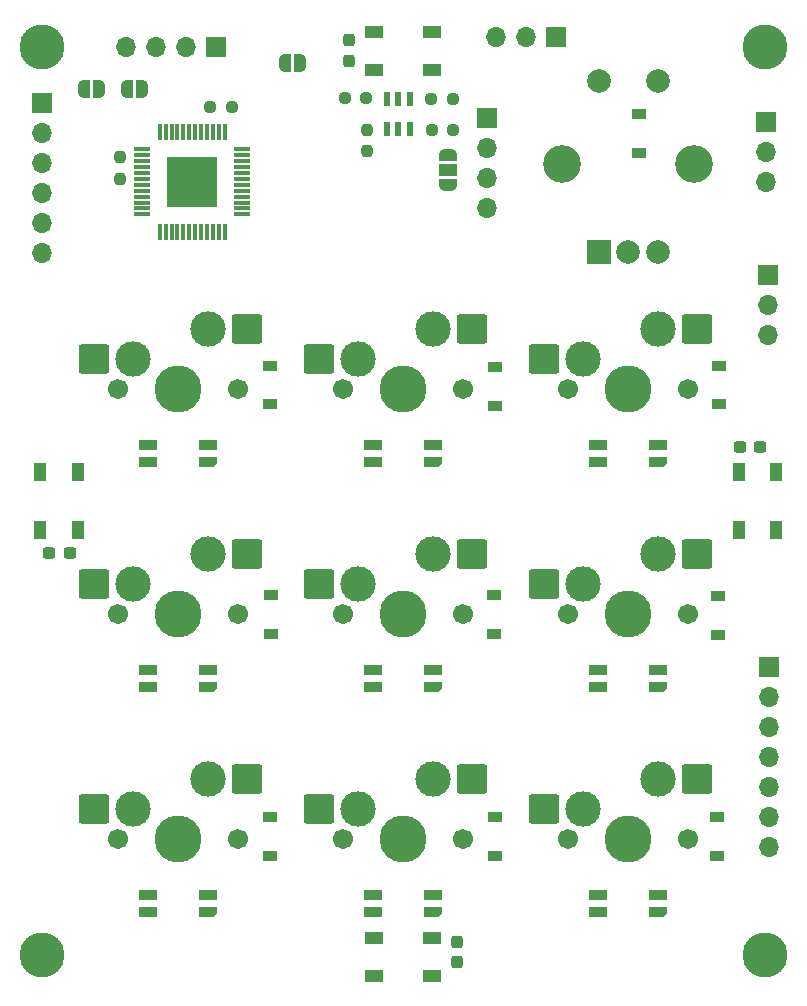
<source format=gbs>
%TF.GenerationSoftware,KiCad,Pcbnew,(6.0.0)*%
%TF.CreationDate,2023-01-01T12:45:23-08:00*%
%TF.ProjectId,keyboard_eval,6b657962-6f61-4726-945f-6576616c2e6b,rev?*%
%TF.SameCoordinates,Original*%
%TF.FileFunction,Soldermask,Bot*%
%TF.FilePolarity,Negative*%
%FSLAX46Y46*%
G04 Gerber Fmt 4.6, Leading zero omitted, Abs format (unit mm)*
G04 Created by KiCad (PCBNEW (6.0.0)) date 2023-01-01 12:45:23*
%MOMM*%
%LPD*%
G01*
G04 APERTURE LIST*
G04 Aperture macros list*
%AMRoundRect*
0 Rectangle with rounded corners*
0 $1 Rounding radius*
0 $2 $3 $4 $5 $6 $7 $8 $9 X,Y pos of 4 corners*
0 Add a 4 corners polygon primitive as box body*
4,1,4,$2,$3,$4,$5,$6,$7,$8,$9,$2,$3,0*
0 Add four circle primitives for the rounded corners*
1,1,$1+$1,$2,$3*
1,1,$1+$1,$4,$5*
1,1,$1+$1,$6,$7*
1,1,$1+$1,$8,$9*
0 Add four rect primitives between the rounded corners*
20,1,$1+$1,$2,$3,$4,$5,0*
20,1,$1+$1,$4,$5,$6,$7,0*
20,1,$1+$1,$6,$7,$8,$9,0*
20,1,$1+$1,$8,$9,$2,$3,0*%
%AMOutline5P*
0 Free polygon, 5 corners , with rotation*
0 The origin of the aperture is its center*
0 number of corners: always 5*
0 $1 to $10 corner X, Y*
0 $11 Rotation angle, in degrees counterclockwise*
0 create outline with 5 corners*
4,1,5,$1,$2,$3,$4,$5,$6,$7,$8,$9,$10,$1,$2,$11*%
%AMOutline6P*
0 Free polygon, 6 corners , with rotation*
0 The origin of the aperture is its center*
0 number of corners: always 6*
0 $1 to $12 corner X, Y*
0 $13 Rotation angle, in degrees counterclockwise*
0 create outline with 6 corners*
4,1,6,$1,$2,$3,$4,$5,$6,$7,$8,$9,$10,$11,$12,$1,$2,$13*%
%AMOutline7P*
0 Free polygon, 7 corners , with rotation*
0 The origin of the aperture is its center*
0 number of corners: always 7*
0 $1 to $14 corner X, Y*
0 $15 Rotation angle, in degrees counterclockwise*
0 create outline with 7 corners*
4,1,7,$1,$2,$3,$4,$5,$6,$7,$8,$9,$10,$11,$12,$13,$14,$1,$2,$15*%
%AMOutline8P*
0 Free polygon, 8 corners , with rotation*
0 The origin of the aperture is its center*
0 number of corners: always 8*
0 $1 to $16 corner X, Y*
0 $17 Rotation angle, in degrees counterclockwise*
0 create outline with 8 corners*
4,1,8,$1,$2,$3,$4,$5,$6,$7,$8,$9,$10,$11,$12,$13,$14,$15,$16,$1,$2,$17*%
%AMFreePoly0*
4,1,22,0.550000,-0.750000,0.000000,-0.750000,0.000000,-0.745033,-0.079941,-0.743568,-0.215256,-0.701293,-0.333266,-0.622738,-0.424486,-0.514219,-0.481581,-0.384460,-0.499164,-0.250000,-0.500000,-0.250000,-0.500000,0.250000,-0.499164,0.250000,-0.499963,0.256109,-0.478152,0.396186,-0.417904,0.524511,-0.324060,0.630769,-0.204165,0.706417,-0.067858,0.745374,0.000000,0.744959,0.000000,0.750000,
0.550000,0.750000,0.550000,-0.750000,0.550000,-0.750000,$1*%
%AMFreePoly1*
4,1,20,0.000000,0.744959,0.073905,0.744508,0.209726,0.703889,0.328688,0.626782,0.421226,0.519385,0.479903,0.390333,0.500000,0.250000,0.500000,-0.250000,0.499851,-0.262216,0.476331,-0.402017,0.414519,-0.529596,0.319384,-0.634700,0.198574,-0.708877,0.061801,-0.746166,0.000000,-0.745033,0.000000,-0.750000,-0.550000,-0.750000,-0.550000,0.750000,0.000000,0.750000,0.000000,0.744959,
0.000000,0.744959,$1*%
%AMFreePoly2*
4,1,22,0.500000,-0.750000,0.000000,-0.750000,0.000000,-0.745033,-0.079941,-0.743568,-0.215256,-0.701293,-0.333266,-0.622738,-0.424486,-0.514219,-0.481581,-0.384460,-0.499164,-0.250000,-0.500000,-0.250000,-0.500000,0.250000,-0.499164,0.250000,-0.499963,0.256109,-0.478152,0.396186,-0.417904,0.524511,-0.324060,0.630769,-0.204165,0.706417,-0.067858,0.745374,0.000000,0.744959,0.000000,0.750000,
0.500000,0.750000,0.500000,-0.750000,0.500000,-0.750000,$1*%
%AMFreePoly3*
4,1,20,0.000000,0.744959,0.073905,0.744508,0.209726,0.703889,0.328688,0.626782,0.421226,0.519385,0.479903,0.390333,0.500000,0.250000,0.500000,-0.250000,0.499851,-0.262216,0.476331,-0.402017,0.414519,-0.529596,0.319384,-0.634700,0.198574,-0.708877,0.061801,-0.746166,0.000000,-0.745033,0.000000,-0.750000,-0.500000,-0.750000,-0.500000,0.750000,0.000000,0.750000,0.000000,0.744959,
0.000000,0.744959,$1*%
G04 Aperture macros list end*
%ADD10C,3.000000*%
%ADD11C,1.701800*%
%ADD12C,3.987800*%
%ADD13RoundRect,0.200000X-1.075000X-1.050000X1.075000X-1.050000X1.075000X1.050000X-1.075000X1.050000X0*%
%ADD14C,2.600000*%
%ADD15C,3.800000*%
%ADD16R,1.700000X1.700000*%
%ADD17O,1.700000X1.700000*%
%ADD18R,2.000000X2.000000*%
%ADD19C,2.000000*%
%ADD20C,3.200000*%
%ADD21R,1.200000X0.900000*%
%ADD22Outline5P,-0.750000X0.180000X-0.480000X0.450000X0.750000X0.450000X0.750000X-0.450000X-0.750000X-0.450000X180.000000*%
%ADD23R,1.500000X0.900000*%
%ADD24RoundRect,0.237500X-0.300000X-0.237500X0.300000X-0.237500X0.300000X0.237500X-0.300000X0.237500X0*%
%ADD25R,1.500000X1.000000*%
%ADD26R,1.000000X1.500000*%
%ADD27RoundRect,0.237500X0.250000X0.237500X-0.250000X0.237500X-0.250000X-0.237500X0.250000X-0.237500X0*%
%ADD28R,0.600000X1.200000*%
%ADD29RoundRect,0.237500X-0.237500X0.300000X-0.237500X-0.300000X0.237500X-0.300000X0.237500X0.300000X0*%
%ADD30FreePoly0,90.000000*%
%ADD31FreePoly1,90.000000*%
%ADD32FreePoly2,180.000000*%
%ADD33FreePoly3,180.000000*%
%ADD34RoundRect,0.237500X0.237500X-0.250000X0.237500X0.250000X-0.237500X0.250000X-0.237500X-0.250000X0*%
%ADD35RoundRect,0.237500X0.300000X0.237500X-0.300000X0.237500X-0.300000X-0.237500X0.300000X-0.237500X0*%
%ADD36RoundRect,0.237500X0.237500X-0.300000X0.237500X0.300000X-0.237500X0.300000X-0.237500X-0.300000X0*%
%ADD37FreePoly2,0.000000*%
%ADD38FreePoly3,0.000000*%
%ADD39RoundRect,0.237500X-0.237500X0.250000X-0.237500X-0.250000X0.237500X-0.250000X0.237500X0.250000X0*%
%ADD40R,1.475000X0.300000*%
%ADD41R,0.300000X1.475000*%
%ADD42R,4.210000X4.210000*%
G04 APERTURE END LIST*
D10*
%TO.C,MX6*%
X90640000Y-63970000D03*
D11*
X83020000Y-69050000D03*
D12*
X88100000Y-69050000D03*
D10*
X84290000Y-66510000D03*
D11*
X93180000Y-69050000D03*
D13*
X81015000Y-66510000D03*
X93942000Y-63970000D03*
%TD*%
D10*
%TO.C,MX8*%
X71590000Y-83020000D03*
X65240000Y-85560000D03*
D11*
X74130000Y-88100000D03*
D12*
X69050000Y-88100000D03*
D11*
X63970000Y-88100000D03*
D13*
X61965000Y-85560000D03*
X74892000Y-83020000D03*
%TD*%
D12*
%TO.C,MX7*%
X50000000Y-88100000D03*
D11*
X44920000Y-88100000D03*
D10*
X52540000Y-83020000D03*
D11*
X55080000Y-88100000D03*
D10*
X46190000Y-85560000D03*
D13*
X42915000Y-85560000D03*
X55842000Y-83020000D03*
%TD*%
D14*
%TO.C,H3*%
X38450000Y-98000000D03*
D15*
X38450000Y-98000000D03*
%TD*%
%TO.C,H2*%
X38450000Y-21050000D03*
D14*
X38450000Y-21050000D03*
%TD*%
D16*
%TO.C,J3*%
X53200000Y-21100000D03*
D17*
X50660000Y-21100000D03*
X48120000Y-21100000D03*
X45580000Y-21100000D03*
%TD*%
D16*
%TO.C,J6*%
X99950000Y-40375000D03*
D17*
X99950000Y-42915000D03*
X99950000Y-45455000D03*
%TD*%
D16*
%TO.C,J1*%
X99800000Y-27425000D03*
D17*
X99800000Y-29965000D03*
X99800000Y-32505000D03*
%TD*%
D16*
%TO.C,J2*%
X76150000Y-27100000D03*
D17*
X76150000Y-29640000D03*
X76150000Y-32180000D03*
X76150000Y-34720000D03*
%TD*%
D12*
%TO.C,MX5*%
X69050000Y-69050000D03*
D10*
X71590000Y-63970000D03*
X65240000Y-66510000D03*
D11*
X63970000Y-69050000D03*
X74130000Y-69050000D03*
D13*
X61965000Y-66510000D03*
X74892000Y-63970000D03*
%TD*%
D16*
%TO.C,J5*%
X81975000Y-20250000D03*
D17*
X79435000Y-20250000D03*
X76895000Y-20250000D03*
%TD*%
D10*
%TO.C,MX4*%
X52540000Y-63970000D03*
D11*
X44920000Y-69050000D03*
X55080000Y-69050000D03*
D12*
X50000000Y-69050000D03*
D10*
X46190000Y-66510000D03*
D13*
X42915000Y-66510000D03*
X55842000Y-63970000D03*
%TD*%
D14*
%TO.C,H1*%
X99700000Y-98000000D03*
D15*
X99700000Y-98000000D03*
%TD*%
D12*
%TO.C,MX2*%
X69050000Y-50000000D03*
D10*
X65240000Y-47460000D03*
D11*
X74130000Y-50000000D03*
D10*
X71590000Y-44920000D03*
D11*
X63970000Y-50000000D03*
D13*
X61965000Y-47460000D03*
X74892000Y-44920000D03*
%TD*%
D16*
%TO.C,J4*%
X100050000Y-73600000D03*
D17*
X100050000Y-76140000D03*
X100050000Y-78680000D03*
X100050000Y-81220000D03*
X100050000Y-83760000D03*
X100050000Y-86300000D03*
X100050000Y-88840000D03*
%TD*%
D12*
%TO.C,MX1*%
X50000000Y-50000000D03*
D10*
X46190000Y-47460000D03*
D11*
X55080000Y-50000000D03*
X44920000Y-50000000D03*
D10*
X52540000Y-44920000D03*
D13*
X42915000Y-47460000D03*
X55842000Y-44920000D03*
%TD*%
D10*
%TO.C,MX9*%
X90640000Y-83020000D03*
D11*
X93180000Y-88100000D03*
D10*
X84290000Y-85560000D03*
D12*
X88100000Y-88100000D03*
D11*
X83020000Y-88100000D03*
D13*
X81015000Y-85560000D03*
X93942000Y-83020000D03*
%TD*%
D16*
%TO.C,J7*%
X38450000Y-25850000D03*
D17*
X38450000Y-28390000D03*
X38450000Y-30930000D03*
X38450000Y-33470000D03*
X38450000Y-36010000D03*
X38450000Y-38550000D03*
%TD*%
D12*
%TO.C,MX3*%
X88100000Y-50000000D03*
D10*
X84290000Y-47460000D03*
X90640000Y-44920000D03*
D11*
X83020000Y-50000000D03*
X93180000Y-50000000D03*
D13*
X81015000Y-47460000D03*
X93942000Y-44920000D03*
%TD*%
D15*
%TO.C,H4*%
X99700000Y-21050000D03*
D14*
X99700000Y-21050000D03*
%TD*%
D18*
%TO.C,SW1*%
X85600000Y-38450000D03*
D19*
X90600000Y-38450000D03*
X88100000Y-38450000D03*
D20*
X93700000Y-30950000D03*
X82500000Y-30950000D03*
D19*
X90600000Y-23950000D03*
X85600000Y-23950000D03*
%TD*%
D21*
%TO.C,D10*%
X95650000Y-89550000D03*
X95650000Y-86250000D03*
%TD*%
D22*
%TO.C,S7*%
X52550000Y-94350000D03*
D23*
X47450000Y-94350000D03*
X47450000Y-92850000D03*
X52550000Y-92850000D03*
%TD*%
D24*
%TO.C,C14*%
X97537500Y-54950000D03*
X99262500Y-54950000D03*
%TD*%
D25*
%TO.C,D13*%
X71500000Y-96550000D03*
X71500000Y-99750000D03*
X66600000Y-99750000D03*
X66600000Y-96550000D03*
%TD*%
D21*
%TO.C,D9*%
X76800000Y-89600000D03*
X76800000Y-86300000D03*
%TD*%
D26*
%TO.C,D12*%
X41550000Y-61950000D03*
X38350000Y-61950000D03*
X38350000Y-57050000D03*
X41550000Y-57050000D03*
%TD*%
D21*
%TO.C,D2*%
X57800000Y-51350000D03*
X57800000Y-48050000D03*
%TD*%
%TO.C,D7*%
X95750000Y-70850000D03*
X95750000Y-67550000D03*
%TD*%
D27*
%TO.C,R8*%
X73262500Y-25450000D03*
X71437500Y-25450000D03*
%TD*%
D28*
%TO.C,L1*%
X67700000Y-25500000D03*
X68650000Y-25500000D03*
X69600000Y-25500000D03*
X69600000Y-28000000D03*
X68650000Y-28000000D03*
X67700000Y-28000000D03*
%TD*%
D29*
%TO.C,C13*%
X73600000Y-96837500D03*
X73600000Y-98562500D03*
%TD*%
D22*
%TO.C,S5*%
X71600000Y-75300000D03*
D23*
X66500000Y-75300000D03*
X66500000Y-73800000D03*
X71600000Y-73800000D03*
%TD*%
D22*
%TO.C,S4*%
X52550000Y-75300000D03*
D23*
X47450000Y-75300000D03*
X47450000Y-73800000D03*
X52550000Y-73800000D03*
%TD*%
D26*
%TO.C,D14*%
X97450000Y-57050000D03*
X100650000Y-57050000D03*
X100650000Y-61950000D03*
X97450000Y-61950000D03*
%TD*%
D27*
%TO.C,R6*%
X65952500Y-25360000D03*
X64127500Y-25360000D03*
%TD*%
D22*
%TO.C,S3*%
X90650000Y-56250000D03*
D23*
X85550000Y-56250000D03*
X85550000Y-54750000D03*
X90650000Y-54750000D03*
%TD*%
D22*
%TO.C,S2*%
X71600000Y-56250000D03*
D23*
X66500000Y-56250000D03*
X66500000Y-54750000D03*
X71600000Y-54750000D03*
%TD*%
D22*
%TO.C,S9*%
X90650000Y-94350000D03*
D23*
X85550000Y-94350000D03*
X85550000Y-92850000D03*
X90650000Y-92850000D03*
%TD*%
D22*
%TO.C,S1*%
X52550000Y-56250000D03*
D23*
X47450000Y-56250000D03*
X47450000Y-54750000D03*
X52550000Y-54750000D03*
%TD*%
D30*
%TO.C,JP1*%
X72850000Y-32800000D03*
D25*
X72850000Y-31500000D03*
D31*
X72850000Y-30200000D03*
%TD*%
D32*
%TO.C,JP4*%
X60350000Y-22400000D03*
D33*
X59050000Y-22400000D03*
%TD*%
D34*
%TO.C,R7*%
X66000000Y-29912500D03*
X66000000Y-28087500D03*
%TD*%
D35*
%TO.C,C12*%
X40812500Y-63950000D03*
X39087500Y-63950000D03*
%TD*%
D27*
%TO.C,R3*%
X54562500Y-26200000D03*
X52737500Y-26200000D03*
%TD*%
D36*
%TO.C,C11*%
X64475000Y-22237500D03*
X64475000Y-20512500D03*
%TD*%
D21*
%TO.C,D1*%
X89000000Y-30050000D03*
X89000000Y-26750000D03*
%TD*%
D37*
%TO.C,JP2*%
X42000000Y-24650000D03*
D38*
X43300000Y-24650000D03*
%TD*%
D27*
%TO.C,R9*%
X73312500Y-28100000D03*
X71487500Y-28100000D03*
%TD*%
D21*
%TO.C,D3*%
X76800000Y-51450000D03*
X76800000Y-48150000D03*
%TD*%
D22*
%TO.C,S6*%
X90650000Y-75300000D03*
D23*
X85550000Y-75300000D03*
X85550000Y-73800000D03*
X90650000Y-73800000D03*
%TD*%
D22*
%TO.C,S8*%
X71600000Y-94350000D03*
D23*
X66500000Y-94350000D03*
X66500000Y-92850000D03*
X71600000Y-92850000D03*
%TD*%
D21*
%TO.C,D8*%
X57800000Y-89600000D03*
X57800000Y-86300000D03*
%TD*%
%TO.C,D6*%
X76750000Y-70800000D03*
X76750000Y-67500000D03*
%TD*%
D37*
%TO.C,JP3*%
X45650000Y-24650000D03*
D38*
X46950000Y-24650000D03*
%TD*%
D39*
%TO.C,R5*%
X45050000Y-30437500D03*
X45050000Y-32262500D03*
%TD*%
D21*
%TO.C,D4*%
X95800000Y-51350000D03*
X95800000Y-48050000D03*
%TD*%
D25*
%TO.C,D11*%
X66600000Y-23025000D03*
X66600000Y-19825000D03*
X71500000Y-19825000D03*
X71500000Y-23025000D03*
%TD*%
D40*
%TO.C,IC1*%
X55438000Y-29750000D03*
X55438000Y-30250000D03*
X55438000Y-30750000D03*
X55438000Y-31250000D03*
X55438000Y-31750000D03*
X55438000Y-32250000D03*
X55438000Y-32750000D03*
X55438000Y-33250000D03*
X55438000Y-33750000D03*
X55438000Y-34250000D03*
X55438000Y-34750000D03*
X55438000Y-35250000D03*
D41*
X53950000Y-36738000D03*
X53450000Y-36738000D03*
X52950000Y-36738000D03*
X52450000Y-36738000D03*
X51950000Y-36738000D03*
X51450000Y-36738000D03*
X50950000Y-36738000D03*
X50450000Y-36738000D03*
X49950000Y-36738000D03*
X49450000Y-36738000D03*
X48950000Y-36738000D03*
X48450000Y-36738000D03*
D40*
X46962000Y-35250000D03*
X46962000Y-34750000D03*
X46962000Y-34250000D03*
X46962000Y-33750000D03*
X46962000Y-33250000D03*
X46962000Y-32750000D03*
X46962000Y-32250000D03*
X46962000Y-31750000D03*
X46962000Y-31250000D03*
X46962000Y-30750000D03*
X46962000Y-30250000D03*
X46962000Y-29750000D03*
D41*
X48450000Y-28262000D03*
X48950000Y-28262000D03*
X49450000Y-28262000D03*
X49950000Y-28262000D03*
X50450000Y-28262000D03*
X50950000Y-28262000D03*
X51450000Y-28262000D03*
X51950000Y-28262000D03*
X52450000Y-28262000D03*
X52950000Y-28262000D03*
X53450000Y-28262000D03*
X53950000Y-28262000D03*
D42*
X51200000Y-32500000D03*
%TD*%
D21*
%TO.C,D5*%
X57850000Y-70750000D03*
X57850000Y-67450000D03*
%TD*%
M02*

</source>
